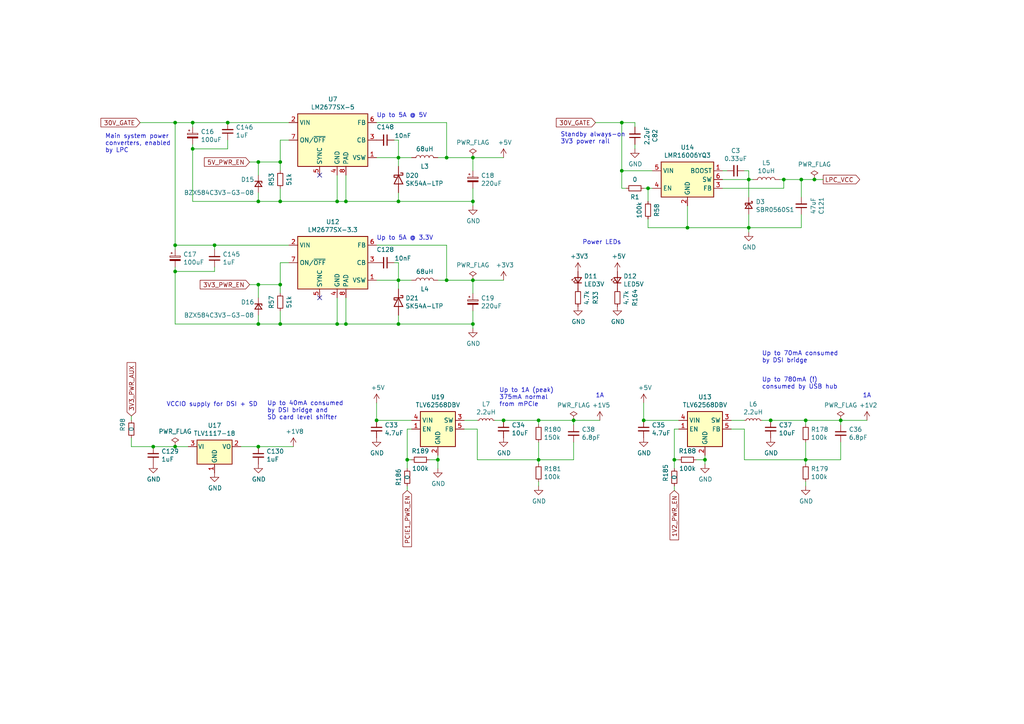
<source format=kicad_sch>
(kicad_sch (version 20231120) (generator "eeschema") (generator_version "8.0")
  (paper "A4")
  (title_block (title "Reform 2 Regulators") (date "2023-02-13") (rev "2.5D-2") (company "MNT Research GmbH") (comment 1 "https://mntre.com") (comment 2 "Engineer: Lukas F. Hartmann") (comment 3 "License: CERN-OHL-S 2.0"))
  (lib_symbols
    (symbol "Device:C_Polarized_Small" (pin_numbers hide) (pin_names (offset 0.254) hide)
      (property "Reference" "C" (at 0.254 1.778 0))
      (property "Value" "C_Polarized_Small" (at 0.254 -2.032 0))
      (symbol "C_Polarized_Small_0_1"
        (rectangle (start -1.524 -0.3048) (end 1.524 -0.6858) (fill (type outline)))
        (rectangle (start -1.524 0.6858) (end 1.524 0.3048))
        (polyline (pts (xy -1.27 1.524) (xy -0.762 1.524)))
        (polyline (pts (xy -1.016 1.27) (xy -1.016 1.778)))
      )
      (symbol "C_Polarized_Small_1_1"
        (pin passive line (at 0 2.54 270) (length 1.8542) (name "~") (number "1"))
        (pin passive line (at 0 -2.54 90) (length 1.8542) (name "~") (number "2"))
      )
    )
    (symbol "Device:C_Small" (pin_numbers hide) (pin_names (offset 0.254) hide)
      (property "Reference" "C" (at 0.254 1.778 0))
      (property "Value" "C_Small" (at 0.254 -2.032 0))
      (symbol "C_Small_0_1"
        (polyline (pts (xy -1.524 -0.508) (xy 1.524 -0.508)) (stroke (width 0.3302)))
        (polyline (pts (xy -1.524 0.508) (xy 1.524 0.508)) (stroke (width 0.3048)))
      )
      (symbol "C_Small_1_1"
        (pin passive line (at 0 2.54 270) (length 2.032) (name "~") (number "1"))
        (pin passive line (at 0 -2.54 90) (length 2.032) (name "~") (number "2"))
      )
    )
    (symbol "Device:D_Schottky_Small" (pin_numbers hide) (pin_names (offset 0.254) hide)
      (property "Reference" "D" (at -1.27 2.032 0))
      (property "Value" "D_Schottky_Small" (at -7.112 -2.032 0))
      (symbol "D_Schottky_Small_0_1"
        (polyline (pts (xy -0.762 0) (xy 0.762 0)))
        (polyline (pts (xy 0.762 -1.016) (xy -0.762 0) (xy 0.762 1.016) (xy 0.762 -1.016)) (stroke (width 0.254)))
        (polyline (pts (xy -1.27 0.762) (xy -1.27 1.016) (xy -0.762 1.016) (xy -0.762 -1.016) (xy -0.254 -1.016) (xy -0.254 -0.762)) (stroke (width 0.254)))
      )
      (symbol "D_Schottky_Small_1_1"
        (pin passive line (at -2.54 0 0) (length 1.778) (name "K") (number "1"))
        (pin passive line (at 2.54 0 180) (length 1.778) (name "A") (number "2"))
      )
    )
    (symbol "Device:D_Zener_Small" (pin_numbers hide) (pin_names (offset 0.254) hide)
      (property "Reference" "D" (at 0 2.286 0))
      (property "Value" "D_Zener_Small" (at 0 -2.286 0))
      (symbol "D_Zener_Small_0_1"
        (polyline (pts (xy 0.762 0) (xy -0.762 0)))
        (polyline (pts (xy -0.254 1.016) (xy -0.762 1.016) (xy -0.762 -1.016)) (stroke (width 0.254)))
        (polyline (pts (xy 0.762 1.016) (xy -0.762 0) (xy 0.762 -1.016) (xy 0.762 1.016)) (stroke (width 0.254)))
      )
      (symbol "D_Zener_Small_1_1"
        (pin passive line (at -2.54 0 0) (length 1.778) (name "K") (number "1"))
        (pin passive line (at 2.54 0 180) (length 1.778) (name "A") (number "2"))
      )
    )
    (symbol "Device:L" (pin_numbers hide) (pin_names (offset 1.016) hide)
      (property "Reference" "L" (at -1.27 0 90))
      (property "Value" "L" (at 1.905 0 90))
      (symbol "L_0_1"
        (arc (start 0 -2.54) (mid 0.6323 -1.905) (end 0 -1.27))
        (arc (start 0 -1.27) (mid 0.6323 -0.635) (end 0 0))
        (arc (start 0 0) (mid 0.6323 0.635) (end 0 1.27))
        (arc (start 0 1.27) (mid 0.6323 1.905) (end 0 2.54))
      )
      (symbol "L_1_1"
        (pin passive line (at 0 3.81 270) (length 1.27) (name "1") (number "1"))
        (pin passive line (at 0 -3.81 90) (length 1.27) (name "2") (number "2"))
      )
    )
    (symbol "Device:LED_Small" (pin_numbers hide) (pin_names (offset 0.254) hide)
      (property "Reference" "D" (at -1.27 3.175 0))
      (property "Value" "LED_Small" (at -4.445 -2.54 0))
      (symbol "LED_Small_0_1"
        (polyline (pts (xy -0.762 -1.016) (xy -0.762 1.016)) (stroke (width 0.254)))
        (polyline (pts (xy 1.016 0) (xy -0.762 0)))
        (polyline (pts (xy 0.762 -1.016) (xy -0.762 0) (xy 0.762 1.016) (xy 0.762 -1.016)) (stroke (width 0.254)))
        (polyline (pts (xy 0 0.762) (xy -0.508 1.27) (xy -0.254 1.27) (xy -0.508 1.27) (xy -0.508 1.016)))
        (polyline (pts (xy 0.508 1.27) (xy 0 1.778) (xy 0.254 1.778) (xy 0 1.778) (xy 0 1.524)))
      )
      (symbol "LED_Small_1_1"
        (pin passive line (at -2.54 0 0) (length 1.778) (name "K") (number "1"))
        (pin passive line (at 2.54 0 180) (length 1.778) (name "A") (number "2"))
      )
    )
    (symbol "Device:L_Small" (pin_numbers hide) (pin_names (offset 0.254) hide)
      (property "Reference" "L" (at 0.762 1.016 0))
      (property "Value" "L_Small" (at 0.762 -1.016 0))
      (symbol "L_Small_0_1"
        (arc (start 0 -2.032) (mid 0.5058 -1.524) (end 0 -1.016))
        (arc (start 0 -1.016) (mid 0.5058 -0.508) (end 0 0))
        (arc (start 0 0) (mid 0.5058 0.508) (end 0 1.016))
        (arc (start 0 1.016) (mid 0.5058 1.524) (end 0 2.032))
      )
      (symbol "L_Small_1_1"
        (pin passive line (at 0 2.54 270) (length 0.508) (name "~") (number "1"))
        (pin passive line (at 0 -2.54 90) (length 0.508) (name "~") (number "2"))
      )
    )
    (symbol "Device:R_Small" (pin_numbers hide) (pin_names (offset 0.254) hide)
      (property "Reference" "R" (at 0.762 0.508 0))
      (property "Value" "R_Small" (at 0.762 -1.016 0))
      (symbol "R_Small_0_1"
        (rectangle (start -0.762 1.778) (end 0.762 -1.778) (stroke (width 0.2032)))
      )
      (symbol "R_Small_1_1"
        (pin passive line (at 0 2.54 270) (length 0.762) (name "~") (number "1"))
        (pin passive line (at 0 -2.54 90) (length 0.762) (name "~") (number "2"))
      )
    )
    (symbol "Diode:1N5821" (pin_numbers hide) (pin_names (offset 1.016) hide)
      (property "Reference" "D" (at 0 2.54 0))
      (property "Value" "1N5821" (at 0 -2.54 0))
      (symbol "1N5821_0_1"
        (polyline (pts (xy 1.27 0) (xy -1.27 0)))
        (polyline (pts (xy 1.27 1.27) (xy 1.27 -1.27) (xy -1.27 0) (xy 1.27 1.27)) (stroke (width 0.254)))
        (polyline (pts (xy -1.905 0.635) (xy -1.905 1.27) (xy -1.27 1.27) (xy -1.27 -1.27) (xy -0.635 -1.27) (xy -0.635 -0.635)) (stroke (width 0.254)))
      )
      (symbol "1N5821_1_1"
        (pin passive line (at -3.81 0 0) (length 2.54) (name "K") (number "1"))
        (pin passive line (at 3.81 0 180) (length 2.54) (name "A") (number "2"))
      )
    )
    (symbol "Regulator_Linear:TLV1117-18" (pin_names (offset 0.254))
      (property "Reference" "U" (at -3.81 3.175 0))
      (property "Value" "TLV1117-18" (at 0 3.175 0))
      (symbol "TLV1117-18_0_1"
        (rectangle (start -5.08 -5.08) (end 5.08 1.905) (stroke (width 0.254)) (fill (type background)))
      )
      (symbol "TLV1117-18_1_1"
        (pin power_in line (at 0 -7.62 90) (length 2.54) (name "GND") (number "1"))
        (pin power_out line (at 7.62 0 180) (length 2.54) (name "VO") (number "2"))
        (pin power_in line (at -7.62 0 0) (length 2.54) (name "VI") (number "3"))
      )
    )
    (symbol "Regulator_Switching:LM2841X"
      (property "Reference" "U" (at -7.62 6.35 0))
      (property "Value" "LM2841X" (at 0 6.35 0))
      (symbol "LM2841X_0_1"
        (rectangle (start -7.62 5.08) (end 7.62 -5.08) (stroke (width 0.254)) (fill (type background)))
        (pin input line (at 10.16 2.54 180) (length 2.54) (name "BOOST") (number "1"))
      )
      (symbol "LM2841X_1_1"
        (pin power_in line (at 0 -7.62 90) (length 2.54) (name "GND") (number "2"))
        (pin input line (at 10.16 -2.54 180) (length 2.54) (name "FB") (number "3"))
        (pin input line (at -10.16 -2.54 0) (length 2.54) (name "EN") (number "4"))
        (pin power_in line (at -10.16 2.54 0) (length 2.54) (name "VIN") (number "5"))
        (pin output line (at 10.16 0 180) (length 2.54) (name "SW") (number "6"))
      )
    )
    (symbol "Regulator_Switching:TLV62568DBV"
      (property "Reference" "U" (at -5.08 6.35 0))
      (property "Value" "TLV62568DBV" (at 0 6.35 0))
      (symbol "TLV62568DBV_0_1"
        (rectangle (start -5.08 5.08) (end 5.08 -5.08) (stroke (width 0.254)) (fill (type background)))
      )
      (symbol "TLV62568DBV_1_1"
        (pin input line (at -7.62 0 0) (length 2.54) (name "EN") (number "1"))
        (pin power_in line (at 0 -7.62 90) (length 2.54) (name "GND") (number "2"))
        (pin power_out line (at 7.62 2.54 180) (length 2.54) (name "SW") (number "3"))
        (pin power_in line (at -7.62 2.54 0) (length 2.54) (name "VIN") (number "4"))
        (pin input line (at 7.62 0 180) (length 2.54) (name "FB") (number "5"))
      )
    )
    (symbol "power:+1V2" (power) (pin_names (offset 0))
      (property "Value" "+1V2" (at 0 3.556 0))
      (symbol "+1V2_0_1"
        (polyline (pts (xy -0.762 1.27) (xy 0 2.54)))
        (polyline (pts (xy 0 0) (xy 0 2.54)))
        (polyline (pts (xy 0 2.54) (xy 0.762 1.27)))
      )
      (symbol "+1V2_1_1"
        (pin power_in line (at 0 0 90) (length 0) hide (name "+1V2") (number "1"))
      )
    )
    (symbol "power:+1V5" (power) (pin_names (offset 0))
      (property "Value" "+1V5" (at 0 3.556 0))
      (symbol "+1V5_0_1"
        (polyline (pts (xy -0.762 1.27) (xy 0 2.54)))
        (polyline (pts (xy 0 0) (xy 0 2.54)))
        (polyline (pts (xy 0 2.54) (xy 0.762 1.27)))
      )
      (symbol "+1V5_1_1"
        (pin power_in line (at 0 0 90) (length 0) hide (name "+1V5") (number "1"))
      )
    )
    (symbol "power:+1V8" (power) (pin_names (offset 0))
      (property "Value" "+1V8" (at 0 3.556 0))
      (symbol "+1V8_0_1"
        (polyline (pts (xy -0.762 1.27) (xy 0 2.54)))
        (polyline (pts (xy 0 0) (xy 0 2.54)))
        (polyline (pts (xy 0 2.54) (xy 0.762 1.27)))
      )
      (symbol "+1V8_1_1"
        (pin power_in line (at 0 0 90) (length 0) hide (name "+1V8") (number "1"))
      )
    )
    (symbol "power:+3V3" (power) (pin_names (offset 0))
      (property "Value" "+3V3" (at 0 3.556 0))
      (symbol "+3V3_0_1"
        (polyline (pts (xy -0.762 1.27) (xy 0 2.54)))
        (polyline (pts (xy 0 0) (xy 0 2.54)))
        (polyline (pts (xy 0 2.54) (xy 0.762 1.27)))
      )
      (symbol "+3V3_1_1"
        (pin power_in line (at 0 0 90) (length 0) hide (name "+3V3") (number "1"))
      )
    )
    (symbol "power:+5V" (power) (pin_names (offset 0))
      (property "Value" "+5V" (at 0 3.556 0))
      (symbol "+5V_0_1"
        (polyline (pts (xy -0.762 1.27) (xy 0 2.54)))
        (polyline (pts (xy 0 0) (xy 0 2.54)))
        (polyline (pts (xy 0 2.54) (xy 0.762 1.27)))
      )
      (symbol "+5V_1_1"
        (pin power_in line (at 0 0 90) (length 0) hide (name "+5V") (number "1"))
      )
    )
    (symbol "power:GND" (power) (pin_names (offset 0))
      (property "Value" "GND" (at 0 -3.81 0))
      (symbol "GND_0_1"
        (polyline (pts (xy 0 0) (xy 0 -1.27) (xy 1.27 -1.27) (xy 0 -2.54) (xy -1.27 -1.27) (xy 0 -1.27)))
      )
      (symbol "GND_1_1"
        (pin power_in line (at 0 0 270) (length 0) hide (name "GND") (number "1"))
      )
    )
    (symbol "power:PWR_FLAG" (power) (pin_numbers hide) (pin_names (offset 0) hide)
      (property "Value" "PWR_FLAG" (at 0 3.81 0))
      (symbol "PWR_FLAG_0_0"
        (pin power_out line (at 0 0 90) (length 0) (name "pwr") (number "1"))
      )
      (symbol "PWR_FLAG_0_1"
        (polyline (pts (xy 0 0) (xy 0 1.27) (xy -1.016 1.905) (xy 0 2.54) (xy 1.016 1.905) (xy 0 1.27)))
      )
    )
    (symbol "reform2:LM2677-3.3"
      (property "Reference" "U" (at -10.16 6.35 0))
      (property "Value" "LM2677-3.3" (at -1.27 6.35 0))
      (symbol "LM2677-3.3_0_1"
        (rectangle (start -10.16 5.08) (end 10.16 -10.16) (stroke (width 0.254)) (fill (type background)))
      )
      (symbol "LM2677-3.3_1_1"
        (pin output line (at 12.7 -7.62 180) (length 2.54) (name "VSW") (number "1"))
        (pin power_in line (at -12.7 2.54 0) (length 2.54) (name "VIN") (number "2"))
        (pin passive line (at 12.7 -2.54 180) (length 2.54) (name "CB") (number "3"))
        (pin power_in line (at 1.27 -12.7 90) (length 2.54) (name "GND") (number "4"))
        (pin input line (at -3.81 -12.7 90) (length 2.54) (name "SYNC") (number "5"))
        (pin input line (at 12.7 2.54 180) (length 2.54) (name "FB") (number "6"))
        (pin input line (at -12.7 -2.54 0) (length 2.54) (name "ON/~{OFF}") (number "7"))
        (pin power_in line (at 3.81 -12.7 90) (length 2.54) (name "PAD") (number "8"))
      )
    )
  )
  (junction (at 223.52 121.92))
  (junction (at 81.28 82.55))
  (junction (at 217.17 66.04))
  (junction (at 100.33 93.98))
  (junction (at 55.88 43.18))
  (junction (at 243.84 121.92))
  (junction (at 50.8 129.54))
  (junction (at 50.8 71.12))
  (junction (at 195.58 133.35))
  (junction (at 129.54 81.28))
  (junction (at 187.96 54.61))
  (junction (at 115.57 93.98))
  (junction (at 50.8 78.74))
  (junction (at 236.22 52.07))
  (junction (at 199.39 66.04))
  (junction (at 97.79 58.42))
  (junction (at 81.28 46.99))
  (junction (at 232.41 52.07))
  (junction (at 74.93 58.42))
  (junction (at 55.88 35.56))
  (junction (at 180.34 35.56))
  (junction (at 227.33 52.07))
  (junction (at 137.16 81.28))
  (junction (at 166.37 121.92))
  (junction (at 156.21 133.35))
  (junction (at 97.79 93.98))
  (junction (at 127 133.35))
  (junction (at 180.34 49.53))
  (junction (at 81.28 58.42))
  (junction (at 74.93 46.99))
  (junction (at 44.45 129.54))
  (junction (at 146.05 121.92))
  (junction (at 129.54 45.72))
  (junction (at 62.23 71.12))
  (junction (at 233.68 133.35))
  (junction (at 81.28 93.98))
  (junction (at 137.16 45.72))
  (junction (at 115.57 58.42))
  (junction (at 74.93 129.54))
  (junction (at 115.57 81.28))
  (junction (at 137.16 58.42))
  (junction (at 233.68 121.92))
  (junction (at 66.04 35.56))
  (junction (at 50.8 35.56))
  (junction (at 137.16 93.98))
  (junction (at 100.33 58.42))
  (junction (at 204.47 133.35))
  (junction (at 118.11 133.35))
  (junction (at 115.57 45.72))
  (junction (at 156.21 121.92))
  (junction (at 186.69 121.92))
  (junction (at 74.93 93.98))
  (junction (at 109.22 121.92))
  (junction (at 74.93 82.55))
  (junction (at 217.17 52.07))
  (no_connect (at 92.71 50.8))
  (no_connect (at 92.71 86.36))
  (wire (pts (xy 180.34 35.56) (xy 180.34 49.53)))
  (wire (pts (xy 233.68 121.92) (xy 233.68 123.19)))
  (wire (pts (xy 115.57 76.2) (xy 115.57 81.28)))
  (wire (pts (xy 184.15 43.18) (xy 184.15 41.91)))
  (wire (pts (xy 233.68 128.27) (xy 233.68 133.35)))
  (wire (pts (xy 251.46 121.92) (xy 243.84 121.92)))
  (wire (pts (xy 129.54 81.28) (xy 137.16 81.28)))
  (wire (pts (xy 180.34 49.53) (xy 189.23 49.53)))
  (wire (pts (xy 127 135.89) (xy 127 133.35)))
  (wire (pts (xy 166.37 123.19) (xy 166.37 121.92)))
  (wire (pts (xy 146.05 81.28) (xy 137.16 81.28)))
  (wire (pts (xy 187.96 54.61) (xy 187.96 58.42)))
  (wire (pts (xy 55.88 43.18) (xy 55.88 58.42)))
  (wire (pts (xy 156.21 133.35) (xy 138.43 133.35)))
  (wire (pts (xy 55.88 41.91) (xy 55.88 43.18)))
  (wire (pts (xy 115.57 40.64) (xy 114.3 40.64)))
  (wire (pts (xy 215.9 133.35) (xy 215.9 124.46)))
  (wire (pts (xy 195.58 142.24) (xy 195.58 140.97)))
  (wire (pts (xy 156.21 121.92) (xy 156.21 123.19)))
  (wire (pts (xy 137.16 95.25) (xy 137.16 93.98)))
  (wire (pts (xy 129.54 71.12) (xy 129.54 81.28)))
  (wire (pts (xy 166.37 121.92) (xy 173.99 121.92)))
  (wire (pts (xy 217.17 67.31) (xy 217.17 66.04)))
  (wire (pts (xy 115.57 45.72) (xy 109.22 45.72)))
  (wire (pts (xy 55.88 35.56) (xy 66.04 35.56)))
  (wire (pts (xy 81.28 58.42) (xy 97.79 58.42)))
  (wire (pts (xy 74.93 55.88) (xy 74.93 58.42)))
  (wire (pts (xy 137.16 81.28) (xy 137.16 85.09)))
  (wire (pts (xy 236.22 52.07) (xy 238.76 52.07)))
  (wire (pts (xy 50.8 35.56) (xy 55.88 35.56)))
  (wire (pts (xy 74.93 82.55) (xy 81.28 82.55)))
  (wire (pts (xy 146.05 45.72) (xy 137.16 45.72)))
  (wire (pts (xy 81.28 76.2) (xy 83.82 76.2)))
  (wire (pts (xy 209.55 49.53) (xy 210.82 49.53)))
  (wire (pts (xy 156.21 128.27) (xy 156.21 133.35)))
  (wire (pts (xy 100.33 93.98) (xy 115.57 93.98)))
  (wire (pts (xy 62.23 71.12) (xy 83.82 71.12)))
  (wire (pts (xy 124.46 133.35) (xy 127 133.35)))
  (wire (pts (xy 195.58 124.46) (xy 195.58 133.35)))
  (wire (pts (xy 166.37 133.35) (xy 156.21 133.35)))
  (wire (pts (xy 50.8 72.39) (xy 50.8 71.12)))
  (wire (pts (xy 184.15 35.56) (xy 184.15 36.83)))
  (wire (pts (xy 81.28 76.2) (xy 81.28 82.55)))
  (wire (pts (xy 118.11 124.46) (xy 119.38 124.46)))
  (wire (pts (xy 97.79 93.98) (xy 100.33 93.98)))
  (wire (pts (xy 138.43 121.92) (xy 134.62 121.92)))
  (wire (pts (xy 243.84 128.27) (xy 243.84 133.35)))
  (wire (pts (xy 118.11 133.35) (xy 118.11 135.89)))
  (wire (pts (xy 156.21 134.62) (xy 156.21 133.35)))
  (wire (pts (xy 115.57 48.26) (xy 115.57 45.72)))
  (wire (pts (xy 186.69 116.84) (xy 186.69 121.92)))
  (wire (pts (xy 74.93 129.54) (xy 85.09 129.54)))
  (wire (pts (xy 97.79 93.98) (xy 97.79 86.36)))
  (wire (pts (xy 74.93 91.44) (xy 74.93 93.98)))
  (wire (pts (xy 201.93 133.35) (xy 204.47 133.35)))
  (wire (pts (xy 243.84 123.19) (xy 243.84 121.92)))
  (wire (pts (xy 62.23 72.39) (xy 62.23 71.12)))
  (wire (pts (xy 129.54 35.56) (xy 129.54 45.72)))
  (wire (pts (xy 115.57 55.88) (xy 115.57 58.42)))
  (wire (pts (xy 180.34 54.61) (xy 181.61 54.61)))
  (wire (pts (xy 232.41 52.07) (xy 236.22 52.07)))
  (wire (pts (xy 109.22 121.92) (xy 119.38 121.92)))
  (wire (pts (xy 50.8 78.74) (xy 50.8 93.98)))
  (wire (pts (xy 233.68 140.97) (xy 233.68 139.7)))
  (wire (pts (xy 227.33 54.61) (xy 227.33 52.07)))
  (wire (pts (xy 81.28 46.99) (xy 74.93 46.99)))
  (wire (pts (xy 97.79 50.8) (xy 97.79 58.42)))
  (wire (pts (xy 186.69 54.61) (xy 187.96 54.61)))
  (wire (pts (xy 217.17 66.04) (xy 199.39 66.04)))
  (wire (pts (xy 233.68 121.92) (xy 223.52 121.92)))
  (wire (pts (xy 50.8 77.47) (xy 50.8 78.74)))
  (wire (pts (xy 166.37 128.27) (xy 166.37 133.35)))
  (wire (pts (xy 62.23 78.74) (xy 62.23 77.47)))
  (wire (pts (xy 100.33 50.8) (xy 100.33 58.42)))
  (wire (pts (xy 50.8 35.56) (xy 50.8 71.12)))
  (wire (pts (xy 74.93 46.99) (xy 72.39 46.99)))
  (wire (pts (xy 223.52 121.92) (xy 220.98 121.92)))
  (wire (pts (xy 156.21 140.97) (xy 156.21 139.7)))
  (wire (pts (xy 97.79 58.42) (xy 100.33 58.42)))
  (wire (pts (xy 81.28 40.64) (xy 83.82 40.64)))
  (wire (pts (xy 81.28 54.61) (xy 81.28 58.42)))
  (wire (pts (xy 55.88 58.42) (xy 74.93 58.42)))
  (wire (pts (xy 109.22 116.84) (xy 109.22 121.92)))
  (wire (pts (xy 109.22 71.12) (xy 129.54 71.12)))
  (wire (pts (xy 115.57 81.28) (xy 119.38 81.28)))
  (wire (pts (xy 217.17 52.07) (xy 217.17 57.15)))
  (wire (pts (xy 196.85 133.35) (xy 195.58 133.35)))
  (wire (pts (xy 195.58 124.46) (xy 196.85 124.46)))
  (wire (pts (xy 81.28 90.17) (xy 81.28 93.98)))
  (wire (pts (xy 114.3 76.2) (xy 115.57 76.2)))
  (wire (pts (xy 50.8 93.98) (xy 74.93 93.98)))
  (wire (pts (xy 74.93 93.98) (xy 81.28 93.98)))
  (wire (pts (xy 118.11 124.46) (xy 118.11 133.35)))
  (wire (pts (xy 81.28 82.55) (xy 81.28 85.09)))
  (wire (pts (xy 180.34 54.61) (xy 180.34 49.53)))
  (wire (pts (xy 204.47 134.62) (xy 204.47 133.35)))
  (wire (pts (xy 38.1 127) (xy 38.1 129.54)))
  (wire (pts (xy 232.41 66.04) (xy 217.17 66.04)))
  (wire (pts (xy 233.68 133.35) (xy 215.9 133.35)))
  (wire (pts (xy 119.38 133.35) (xy 118.11 133.35)))
  (wire (pts (xy 187.96 66.04) (xy 199.39 66.04)))
  (wire (pts (xy 81.28 40.64) (xy 81.28 46.99)))
  (wire (pts (xy 100.33 58.42) (xy 115.57 58.42)))
  (wire (pts (xy 74.93 58.42) (xy 81.28 58.42)))
  (wire (pts (xy 233.68 134.62) (xy 233.68 133.35)))
  (wire (pts (xy 74.93 46.99) (xy 74.93 50.8)))
  (wire (pts (xy 115.57 58.42) (xy 137.16 58.42)))
  (wire (pts (xy 115.57 93.98) (xy 137.16 93.98)))
  (wire (pts (xy 119.38 45.72) (xy 115.57 45.72)))
  (wire (pts (xy 138.43 133.35) (xy 138.43 124.46)))
  (wire (pts (xy 74.93 82.55) (xy 74.93 86.36)))
  (wire (pts (xy 215.9 49.53) (xy 217.17 49.53)))
  (wire (pts (xy 81.28 46.99) (xy 81.28 49.53)))
  (wire (pts (xy 74.93 82.55) (xy 72.39 82.55)))
  (wire (pts (xy 209.55 54.61) (xy 227.33 54.61)))
  (wire (pts (xy 109.22 81.28) (xy 115.57 81.28)))
  (wire (pts (xy 109.22 35.56) (xy 129.54 35.56)))
  (wire (pts (xy 50.8 78.74) (xy 62.23 78.74)))
  (wire (pts (xy 187.96 63.5) (xy 187.96 66.04)))
  (wire (pts (xy 227.33 52.07) (xy 226.06 52.07)))
  (wire (pts (xy 100.33 93.98) (xy 100.33 86.36)))
  (wire (pts (xy 156.21 121.92) (xy 146.05 121.92)))
  (wire (pts (xy 137.16 59.69) (xy 137.16 58.42)))
  (wire (pts (xy 81.28 93.98) (xy 97.79 93.98)))
  (wire (pts (xy 115.57 91.44) (xy 115.57 93.98)))
  (wire (pts (xy 38.1 129.54) (xy 44.45 129.54)))
  (wire (pts (xy 156.21 121.92) (xy 166.37 121.92)))
  (wire (pts (xy 233.68 121.92) (xy 243.84 121.92)))
  (wire (pts (xy 217.17 49.53) (xy 217.17 52.07)))
  (wire (pts (xy 127 133.35) (xy 127 132.08)))
  (wire (pts (xy 186.69 121.92) (xy 196.85 121.92)))
  (wire (pts (xy 204.47 133.35) (xy 204.47 132.08)))
  (wire (pts (xy 40.64 35.56) (xy 50.8 35.56)))
  (wire (pts (xy 66.04 43.18) (xy 66.04 40.64)))
  (wire (pts (xy 127 81.28) (xy 129.54 81.28)))
  (wire (pts (xy 172.72 35.56) (xy 180.34 35.56)))
  (wire (pts (xy 118.11 142.24) (xy 118.11 140.97)))
  (wire (pts (xy 138.43 124.46) (xy 134.62 124.46)))
  (wire (pts (xy 215.9 124.46) (xy 212.09 124.46)))
  (wire (pts (xy 137.16 58.42) (xy 137.16 54.61)))
  (wire (pts (xy 115.57 83.82) (xy 115.57 81.28)))
  (wire (pts (xy 69.85 129.54) (xy 74.93 129.54)))
  (wire (pts (xy 44.45 129.54) (xy 50.8 129.54)))
  (wire (pts (xy 55.88 36.83) (xy 55.88 35.56)))
  (wire (pts (xy 217.17 52.07) (xy 218.44 52.07)))
  (wire (pts (xy 232.41 57.15) (xy 232.41 52.07)))
  (wire (pts (xy 199.39 66.04) (xy 199.39 59.69)))
  (wire (pts (xy 217.17 52.07) (xy 209.55 52.07)))
  (wire (pts (xy 195.58 135.89) (xy 195.58 133.35)))
  (wire (pts (xy 66.04 35.56) (xy 83.82 35.56)))
  (wire (pts (xy 217.17 62.23) (xy 217.17 66.04)))
  (wire (pts (xy 115.57 45.72) (xy 115.57 40.64)))
  (wire (pts (xy 215.9 121.92) (xy 212.09 121.92)))
  (wire (pts (xy 137.16 90.17) (xy 137.16 93.98)))
  (wire (pts (xy 232.41 62.23) (xy 232.41 66.04)))
  (wire (pts (xy 50.8 71.12) (xy 62.23 71.12)))
  (wire (pts (xy 187.96 54.61) (xy 189.23 54.61)))
  (wire (pts (xy 227.33 52.07) (xy 232.41 52.07)))
  (wire (pts (xy 55.88 43.18) (xy 66.04 43.18)))
  (wire (pts (xy 50.8 129.54) (xy 54.61 129.54)))
  (wire (pts (xy 243.84 133.35) (xy 233.68 133.35)))
  (wire (pts (xy 146.05 121.92) (xy 143.51 121.92)))
  (wire (pts (xy 180.34 35.56) (xy 184.15 35.56)))
  (wire (pts (xy 129.54 45.72) (xy 127 45.72)))
  (wire (pts (xy 137.16 45.72) (xy 129.54 45.72)))
  (wire (pts (xy 137.16 49.53) (xy 137.16 45.72)))
  (wire (pts (xy 38.1 120.65) (xy 38.1 121.92)))
  (text "Standby always-on\n3V3 power rail" (at 162.56 41.91 0) (effects (font (size 1.27 1.27)) (justify left bottom)))
  (text "Power LEDs" (at 168.91 71.12 0) (effects (font (size 1.27 1.27)) (justify left bottom)))
  (text "1A" (at 250.19 115.57 0) (effects (font (size 1.27 1.27)) (justify left bottom)))
  (text "Up to 1A (peak)\n375mA normal \nfrom mPCIe" (at 144.78 118.11 0) (effects (font (size 1.27 1.27)) (justify left bottom)))
  (text "Up to 70mA consumed \nby DSI bridge" (at 220.98 105.41 0) (effects (font (size 1.27 1.27)) (justify left bottom)))
  (text "Up to 780mA (!)\nconsumed by USB hub" (at 220.98 113.03 0) (effects (font (size 1.27 1.27)) (justify left bottom)))
  (text "Up to 5A @ 5V" (at 109.22 34.29 0) (effects (font (size 1.27 1.27)) (justify left bottom)))
  (text "Up to 5A @ 3.3V" (at 109.22 69.85 0) (effects (font (size 1.27 1.27)) (justify left bottom)))
  (text "1A" (at 172.72 115.57 0) (effects (font (size 1.27 1.27)) (justify left bottom)))
  (text "VCCIO supply for DSI + SD" (at 48.26 118.11 0) (effects (font (size 1.27 1.27)) (justify left bottom)))
  (text "Up to 40mA consumed \nby DSI bridge and\nSD card level shifter" (at 77.47 121.92 0) (effects (font (size 1.27 1.27)) (justify left bottom)))
  (text "Main system power\nconverters, enabled\nby LPC" (at 30.48 44.45 0) (effects (font (size 1.27 1.27)) (justify left bottom)))
  (global_label "PCIE1_PWR_EN" (shape input) (at 118.11 142.24 270) (property "Intersheetrefs" "${INTERSHEET_REFS}" (effects (hide yes))))
  (global_label "30V_GATE" (shape input) (at 172.72 35.56 180) (property "Intersheetrefs" "${INTERSHEET_REFS}" (effects (hide yes))))
  (global_label "30V_GATE" (shape input) (at 40.64 35.56 180) (property "Intersheetrefs" "${INTERSHEET_REFS}" (effects (hide yes))))
  (global_label "3V3_PWR_AUX" (shape input) (at 38.1 120.65 90) (property "Intersheetrefs" "${INTERSHEET_REFS}" (effects (hide yes))))
  (global_label "LPC_VCC" (shape output) (at 238.76 52.07 0) (property "Intersheetrefs" "${INTERSHEET_REFS}" (effects (hide yes))))
  (global_label "5V_PWR_EN" (shape input) (at 72.39 46.99 180) (property "Intersheetrefs" "${INTERSHEET_REFS}" (effects (hide yes))))
  (global_label "1V2_PWR_EN" (shape input) (at 195.58 142.24 270) (property "Intersheetrefs" "${INTERSHEET_REFS}" (effects (hide yes))))
  (global_label "3V3_PWR_EN" (shape input) (at 72.39 82.55 180) (property "Intersheetrefs" "${INTERSHEET_REFS}" (effects (hide yes))))
  (symbol (lib_id "Device:L") (at 123.19 45.72 90) (unit 1)
    (property "Reference" "L3" (at 123.19 48.26 90))
    (property "Value" "68uH" (at 123.19 43.2054 90))
    (property "Footprint" "Inductor_SMD:L_Bourns_SRR1210A" (effects (hide yes)))
    (property "Manufacturer_No" "SRR1210-680M" (effects (hide yes)))
    (property "Manufacturer" "Bourns" (effects (hide yes)))
    (property "Checked" "y" (effects (hide yes)))
    (property "Distributor" "Mouser" (effects (hide yes)))
  )
  (symbol (lib_id "Device:C_Polarized_Small") (at 137.16 52.07 0) (unit 1)
    (property "Reference" "C18" (at 139.4968 50.9016 0) (effects (justify left)))
    (property "Value" "220uF" (at 139.4968 53.213 0) (effects (justify left)))
    (property "Footprint" "Capacitor_SMD:CP_Elec_8x10" (effects (hide yes)))
    (property "Manufacturer" "UCC" (effects (hide yes)))
    (property "Manufacturer_No" "EMZR500ARA221MHA0G" (effects (hide yes)))
    (property "Checked" "y" (effects (hide yes)))
    (property "Distributor" "Mouser" (effects (hide yes)))
  )
  (symbol (lib_id "power:+5V") (at 146.05 45.72 0) (unit 1)
    (property "Reference" "#PWR0128" (effects (hide yes)))
    (property "Value" "+5V" (at 146.431 41.3258 0))
  )
  (symbol (lib_id "power:PWR_FLAG") (at 137.16 45.72 0) (unit 1)
    (property "Reference" "#FLG0109" (effects (hide yes)))
    (property "Value" "PWR_FLAG" (at 137.16 41.3258 0))
  )
  (symbol (lib_id "power:GND") (at 137.16 59.69 0) (unit 1)
    (property "Reference" "#PWR0127" (effects (hide yes)))
    (property "Value" "GND" (at 137.287 64.0842 0))
  )
  (symbol (lib_id "Device:C_Polarized_Small") (at 55.88 39.37 0) (unit 1)
    (property "Reference" "C16" (at 58.2168 38.2016 0) (effects (justify left)))
    (property "Value" "100uF" (at 58.2168 40.513 0) (effects (justify left)))
    (property "Footprint" "Capacitor_SMD:CP_Elec_8x10" (effects (hide yes)))
    (property "Manufacturer" "UCC" (effects (hide yes)))
    (property "Manufacturer_No" "EMZR500ARA221MHA0G" (effects (hide yes)))
    (property "Checked" "y" (effects (hide yes)))
    (property "Distributor" "Mouser" (effects (hide yes)))
  )
  (symbol (lib_id "Device:C_Polarized_Small") (at 50.8 74.93 0) (unit 1)
    (property "Reference" "C17" (at 53.1368 73.7616 0) (effects (justify left)))
    (property "Value" "100uF" (at 53.1368 76.073 0) (effects (justify left)))
    (property "Footprint" "Capacitor_SMD:CP_Elec_8x10" (effects (hide yes)))
    (property "Manufacturer" "UCC" (effects (hide yes)))
    (property "Manufacturer_No" "EMZR500ARA221MHA0G" (effects (hide yes)))
    (property "Checked" "y" (effects (hide yes)))
    (property "Distributor" "Mouser" (effects (hide yes)))
  )
  (symbol (lib_id "Device:L") (at 123.19 81.28 90) (unit 1)
    (property "Reference" "L4" (at 123.19 83.82 90))
    (property "Value" "68uH" (at 123.19 78.7654 90))
    (property "Footprint" "Inductor_SMD:L_Bourns_SRR1210A" (effects (hide yes)))
    (property "Manufacturer_No" "SRR1210-680M" (effects (hide yes)))
    (property "Manufacturer" "Bourns" (effects (hide yes)))
    (property "Checked" "y" (effects (hide yes)))
    (property "Distributor" "Mouser" (effects (hide yes)))
  )
  (symbol (lib_id "Device:C_Polarized_Small") (at 137.16 87.63 0) (unit 1)
    (property "Reference" "C19" (at 139.4968 86.4616 0) (effects (justify left)))
    (property "Value" "220uF" (at 139.4968 88.773 0) (effects (justify left)))
    (property "Footprint" "Capacitor_SMD:CP_Elec_8x10" (effects (hide yes)))
    (property "Manufacturer" "UCC" (effects (hide yes)))
    (property "Manufacturer_No" "EMZR500ARA221MHA0G" (effects (hide yes)))
    (property "Checked" "y" (effects (hide yes)))
    (property "Distributor" "Mouser" (effects (hide yes)))
  )
  (symbol (lib_id "power:PWR_FLAG") (at 137.16 81.28 0) (unit 1)
    (property "Reference" "#FLG0106" (effects (hide yes)))
    (property "Value" "PWR_FLAG" (at 137.16 76.8858 0))
  )
  (symbol (lib_id "power:GND") (at 137.16 95.25 0) (unit 1)
    (property "Reference" "#PWR0138" (effects (hide yes)))
    (property "Value" "GND" (at 137.287 99.6442 0))
  )
  (symbol (lib_id "power:+3V3") (at 146.05 81.28 0) (unit 1)
    (property "Reference" "#PWR0137" (effects (hide yes)))
    (property "Value" "+3V3" (at 146.431 76.8858 0))
  )
  (symbol (lib_id "Diode:1N5821") (at 115.57 52.07 270) (unit 1)
    (property "Reference" "D20" (at 117.5766 50.9016 90) (effects (justify left)))
    (property "Value" "SK54A-LTP" (at 117.5766 53.213 90) (effects (justify left)))
    (property "Footprint" "Diode_SMD:D_SMA" (effects (hide yes)))
    (property "Datasheet" "https://www.mouser.de/datasheet/2/258/SK52A-L-SK510A-L(DO-214AC)-1375089.pdf" (effects (hide yes)))
    (property "Manufacturer" "MCC" (effects (hide yes)))
    (property "Manufacturer_No" "SK54A-LTP" (effects (hide yes)))
    (property "Checked" "y" (effects (hide yes)))
    (property "Distributor" "Mouser" (effects (hide yes)))
  )
  (symbol (lib_id "Device:C_Small") (at 186.69 124.46 0) (unit 1)
    (property "Reference" "C35" (at 189.0268 123.2916 0) (effects (justify left)))
    (property "Value" "4.7uF" (at 189.0268 125.603 0) (effects (justify left)))
    (property "Footprint" "Capacitor_SMD:C_0603_1608Metric" (effects (hide yes)))
    (property "Manufacturer" "TDK" (effects (hide yes)))
    (property "Checked" "y" (effects (hide yes)))
    (property "Manufacturer_No" "C1608X5R1V475K080AC" (effects (hide yes)))
    (property "Distributor" "Mouser" (effects (hide yes)))
  )
  (symbol (lib_id "Device:C_Small") (at 223.52 124.46 0) (unit 1)
    (property "Reference" "C37" (at 225.8568 123.2916 0) (effects (justify left)))
    (property "Value" "10uF" (at 225.8568 125.603 0) (effects (justify left)))
    (property "Footprint" "Capacitor_SMD:C_0603_1608Metric" (effects (hide yes)))
    (property "Manufacturer" "Murata" (effects (hide yes)))
    (property "Manufacturer_No" "GRM188R6YA106MA73D" (effects (hide yes)))
    (property "Checked" "y" (effects (hide yes)))
    (property "Distributor" "Mouser" (effects (hide yes)))
  )
  (symbol (lib_id "power:GND") (at 186.69 127 0) (unit 1)
    (property "Reference" "#PWR0126" (effects (hide yes)))
    (property "Value" "GND" (at 186.817 131.3942 0))
  )
  (symbol (lib_id "power:GND") (at 223.52 127 0) (unit 1)
    (property "Reference" "#PWR0111" (effects (hide yes)))
    (property "Value" "GND" (at 223.647 131.3942 0))
  )
  (symbol (lib_id "power:+1V5") (at 173.99 121.92 0) (unit 1)
    (property "Reference" "#PWR0115" (effects (hide yes)))
    (property "Value" "+1V5" (at 174.371 117.5258 0))
  )
  (symbol (lib_id "Regulator_Linear:TLV1117-18") (at 62.23 129.54 0) (unit 1)
    (property "Reference" "U17" (at 62.23 123.3932 0))
    (property "Value" "TLV1117-18" (at 62.23 125.7046 0))
    (property "Footprint" "Package_TO_SOT_SMD:SOT-223" (effects (hide yes)))
    (property "Datasheet" "http://www.ti.com/lit/ds/symlink/tlv1117.pdf" (effects (hide yes)))
    (property "Manufacturer" "Texas Instruments" (effects (hide yes)))
    (property "Manufacturer_No" "TLV1117-18CDCYR" (effects (hide yes)))
    (property "Checked" "y" (effects (hide yes)))
    (property "Distributor" "Mouser" (effects (hide yes)))
  )
  (symbol (lib_id "Device:C_Small") (at 44.45 132.08 0) (unit 1)
    (property "Reference" "C129" (at 46.7868 130.9116 0) (effects (justify left)))
    (property "Value" "1uF" (at 46.7868 133.223 0) (effects (justify left)))
    (property "Footprint" "Capacitor_SMD:C_0603_1608Metric" (effects (hide yes)))
    (property "Manufacturer_No" "UMK107BJ105KA-T" (effects (hide yes)))
    (property "Manufacturer" "Taiyo Yuden" (effects (hide yes)))
    (property "Checked" "y" (effects (hide yes)))
    (property "Distributor" "Mouser" (effects (hide yes)))
  )
  (symbol (lib_id "power:GND") (at 44.45 134.62 0) (unit 1)
    (property "Reference" "#PWR0162" (effects (hide yes)))
    (property "Value" "GND" (at 44.577 139.0142 0))
  )
  (symbol (lib_id "power:GND") (at 62.23 137.16 0) (unit 1)
    (property "Reference" "#PWR0165" (effects (hide yes)))
    (property "Value" "GND" (at 62.357 141.5542 0))
  )
  (symbol (lib_id "Device:C_Small") (at 74.93 132.08 0) (unit 1)
    (property "Reference" "C130" (at 77.2668 130.9116 0) (effects (justify left)))
    (property "Value" "1uF" (at 77.2668 133.223 0) (effects (justify left)))
    (property "Footprint" "Capacitor_SMD:C_0603_1608Metric" (effects (hide yes)))
    (property "Manufacturer_No" "UMK107BJ105KA-T" (effects (hide yes)))
    (property "Manufacturer" "Taiyo Yuden" (effects (hide yes)))
    (property "Checked" "y" (effects (hide yes)))
    (property "Distributor" "Mouser" (effects (hide yes)))
  )
  (symbol (lib_id "power:GND") (at 74.93 134.62 0) (unit 1)
    (property "Reference" "#PWR0170" (effects (hide yes)))
    (property "Value" "GND" (at 75.057 139.0142 0))
  )
  (symbol (lib_id "power:+1V8") (at 85.09 129.54 0) (unit 1)
    (property "Reference" "#PWR0194" (effects (hide yes)))
    (property "Value" "+1V8" (at 85.471 125.1458 0))
  )
  (symbol (lib_id "Device:C_Small") (at 111.76 76.2 270) (unit 1)
    (property "Reference" "C128" (at 111.76 72.39 90))
    (property "Value" "10nF" (at 116.84 74.93 90))
    (property "Footprint" "Capacitor_SMD:C_0603_1608Metric" (effects (hide yes)))
    (property "Manufacturer" "KEMET" (effects (hide yes)))
    (property "Manufacturer_No" "C0603C103K5RAC3190" (effects (hide yes)))
    (property "Checked" "y" (effects (hide yes)))
    (property "Distributor" "Mouser" (effects (hide yes)))
  )
  (symbol (lib_id "reform2:LM2677-3.3") (at 96.52 73.66 0) (unit 1)
    (property "Reference" "U12" (at 96.52 64.3382 0))
    (property "Value" "LM2677SX-3.3" (at 96.52 66.6496 0))
    (property "Footprint" "Package_TO_SOT_SMD:TO-263-7_TabPin8" (effects (hide yes)))
    (property "Datasheet" "http://www.ti.com/lit/ds/symlink/lm2677.pdf" (effects (hide yes)))
    (property "Manufacturer" "Texas Instruments" (effects (hide yes)))
    (property "Manufacturer_No" "LM2677S-3.3/NOPB" (effects (hide yes)))
    (property "Checked" "y" (effects (hide yes)))
    (property "Distributor" "Mouser" (effects (hide yes)))
  )
  (symbol (lib_id "reform2:LM2677-3.3") (at 96.52 38.1 0) (unit 1)
    (property "Reference" "U7" (at 96.52 28.7782 0))
    (property "Value" "LM2677SX-5" (at 96.52 31.0896 0))
    (property "Footprint" "Package_TO_SOT_SMD:TO-263-7_TabPin8" (effects (hide yes)))
    (property "Datasheet" "http://www.ti.com/lit/ds/symlink/lm2677.pdf" (effects (hide yes)))
    (property "Manufacturer" "Texas Instruments" (effects (hide yes)))
    (property "Manufacturer_No" "LM2677SX-5" (effects (hide yes)))
    (property "Checked" "y" (effects (hide yes)))
    (property "Distributor" "Mouser" (effects (hide yes)))
  )
  (symbol (lib_id "Device:C_Small") (at 111.76 40.64 270) (unit 1)
    (property "Reference" "C148" (at 111.76 36.83 90))
    (property "Value" "10nF" (at 116.84 39.37 90))
    (property "Footprint" "Capacitor_SMD:C_0603_1608Metric" (effects (hide yes)))
    (property "Manufacturer" "KEMET" (effects (hide yes)))
    (property "Manufacturer_No" "C0603C103K5RAC3190" (effects (hide yes)))
    (property "Checked" "y" (effects (hide yes)))
    (property "Distributor" "Mouser" (effects (hide yes)))
  )
  (symbol (lib_id "Regulator_Switching:LM2841X") (at 199.39 52.07 0) (unit 1)
    (property "Reference" "U14" (at 199.39 42.7482 0))
    (property "Value" "LMR16006YQ3" (at 199.39 45.0596 0))
    (property "Footprint" "Package_TO_SOT_SMD:TSOT-23-6" (effects (hide yes)))
    (property "Checked" "y" (effects (hide yes)))
    (property "Distributor" "Mouser" (effects (hide yes)))
    (property "Manufacturer" "Texas Instruments" (effects (hide yes)))
    (property "Manufacturer_No" "LMR16006YQ3" (effects (hide yes)))
  )
  (symbol (lib_id "Device:L") (at 222.25 52.07 90) (unit 1)
    (property "Reference" "L5" (at 222.25 47.244 90))
    (property "Value" "10uH" (at 222.25 49.5554 90))
    (property "Footprint" "Inductor_SMD:L_1210_3225Metric" (effects (hide yes)))
    (property "Manufacturer" "Taiyo Yuden" (effects (hide yes)))
    (property "Manufacturer_No" "CBC3225T100MRV" (effects (hide yes)))
    (property "Checked" "y" (effects (hide yes)))
    (property "Distributor" "Mouser" (effects (hide yes)))
  )
  (symbol (lib_id "Device:D_Schottky_Small") (at 217.17 59.69 270) (unit 1)
    (property "Reference" "D3" (at 219.1766 58.5216 90) (effects (justify left)))
    (property "Value" "SBR0560S1" (at 219.1766 60.833 90) (effects (justify left)))
    (property "Footprint" "Diode_SMD:D_SOD-123" (effects (hide yes)))
    (property "Manufacturer" "Diodes, Inc." (effects (hide yes)))
    (property "Manufacturer_No" "SBR0560S1-7" (effects (hide yes)))
    (property "Checked" "y" (effects (hide yes)))
    (property "Distributor" "Mouser" (effects (hide yes)))
  )
  (symbol (lib_id "power:PWR_FLAG") (at 236.22 52.07 0) (unit 1)
    (property "Reference" "#FLG0103" (effects (hide yes)))
    (property "Value" "PWR_FLAG" (at 236.22 47.6758 0))
  )
  (symbol (lib_id "power:GND") (at 217.17 67.31 0) (unit 1)
    (property "Reference" "#PWR0114" (effects (hide yes)))
    (property "Value" "GND" (at 217.297 71.7042 0))
  )
  (symbol (lib_id "Device:C_Small") (at 213.36 49.53 270) (unit 1)
    (property "Reference" "C3" (at 213.36 43.7134 90))
    (property "Value" "0.33uF" (at 213.36 46.0248 90))
    (property "Footprint" "Capacitor_SMD:C_0603_1608Metric" (effects (hide yes)))
    (property "Checked" "y" (effects (hide yes)))
    (property "Manufacturer" "TDK" (effects (hide yes)))
    (property "Manufacturer_No" "C1608X7R1H334K080AC" (effects (hide yes)))
    (property "Distributor" "Mouser" (effects (hide yes)))
  )
  (symbol (lib_id "Regulator_Switching:TLV62568DBV") (at 204.47 124.46 0) (unit 1)
    (property "Reference" "U13" (at 204.47 115.1382 0))
    (property "Value" "TLV62568DBV" (at 204.47 117.4496 0))
    (property "Footprint" "Package_TO_SOT_SMD:SOT-23-5" (effects (hide yes)))
    (property "Datasheet" "http://www.ti.com/lit/ds/symlink/tlv62568.pdf" (effects (hide yes)))
    (property "Checked" "y" (effects (hide yes)))
    (property "Distributor" "Mouser" (effects (hide yes)))
    (property "Manufacturer" "Texas Instruments" (effects (hide yes)))
    (property "Manufacturer_No" "TLV62568DBVR" (effects (hide yes)))
  )
  (symbol (lib_id "power:+1V2") (at 251.46 121.92 0) (unit 1)
    (property "Reference" "#PWR0110" (effects (hide yes)))
    (property "Value" "+1V2" (at 251.841 117.5258 0))
  )
  (symbol (lib_id "Device:R_Small") (at 233.68 125.73 0) (unit 1)
    (property "Reference" "R178" (at 235.1786 124.5616 0) (effects (justify left)))
    (property "Value" "100k" (at 235.1786 126.873 0) (effects (justify left)))
    (property "Footprint" "Resistor_SMD:R_0603_1608Metric" (effects (hide yes)))
    (property "Checked" "y" (effects (hide yes)))
    (property "Distributor" "Mouser" (effects (hide yes)))
    (property "Manufacturer" "Vishay Dale" (effects (hide yes)))
    (property "Manufacturer_No" "CRCW0603100KJNEAC" (effects (hide yes)))
  )
  (symbol (lib_id "power:GND") (at 233.68 140.97 0) (unit 1)
    (property "Reference" "#PWR0112" (effects (hide yes)))
    (property "Value" "GND" (at 233.807 145.3642 0))
  )
  (symbol (lib_id "Device:R_Small") (at 233.68 137.16 0) (unit 1)
    (property "Reference" "R179" (at 235.1786 135.9916 0) (effects (justify left)))
    (property "Value" "100k" (at 235.1786 138.303 0) (effects (justify left)))
    (property "Footprint" "Resistor_SMD:R_0603_1608Metric" (effects (hide yes)))
    (property "Checked" "y" (effects (hide yes)))
    (property "Distributor" "Mouser" (effects (hide yes)))
    (property "Manufacturer" "Vishay Dale" (effects (hide yes)))
    (property "Manufacturer_No" "CRCW0603100KJNEAC" (effects (hide yes)))
  )
  (symbol (lib_id "power:GND") (at 204.47 134.62 0) (unit 1)
    (property "Reference" "#PWR0113" (effects (hide yes)))
    (property "Value" "GND" (at 204.597 139.0142 0))
  )
  (symbol (lib_id "Device:C_Small") (at 243.84 125.73 0) (unit 1)
    (property "Reference" "C36" (at 246.1768 124.5616 0) (effects (justify left)))
    (property "Value" "6.8pF" (at 246.1768 126.873 0) (effects (justify left)))
    (property "Footprint" "Capacitor_SMD:C_0603_1608Metric" (effects (hide yes)))
    (property "Manufacturer" "Vishay" (effects (hide yes)))
    (property "Manufacturer_No" "VJ0603A6R8DXQCW1BC" (effects (hide yes)))
    (property "Checked" "y" (effects (hide yes)))
    (property "Distributor" "Mouser" (effects (hide yes)))
  )
  (symbol (lib_id "Device:C_Small") (at 109.22 124.46 0) (unit 1)
    (property "Reference" "C33" (at 111.5568 123.2916 0) (effects (justify left)))
    (property "Value" "4.7uF" (at 111.5568 125.603 0) (effects (justify left)))
    (property "Footprint" "Capacitor_SMD:C_0603_1608Metric" (effects (hide yes)))
    (property "Manufacturer" "TDK" (effects (hide yes)))
    (property "Checked" "y" (effects (hide yes)))
    (property "Manufacturer_No" "C1608X5R1V475K080AC" (effects (hide yes)))
    (property "Distributor" "Mouser" (effects (hide yes)))
  )
  (symbol (lib_id "Device:C_Small") (at 146.05 124.46 0) (unit 1)
    (property "Reference" "C34" (at 148.3868 123.2916 0) (effects (justify left)))
    (property "Value" "10uF" (at 148.3868 125.603 0) (effects (justify left)))
    (property "Footprint" "Capacitor_SMD:C_0603_1608Metric" (effects (hide yes)))
    (property "Manufacturer" "Murata" (effects (hide yes)))
    (property "Manufacturer_No" "GRM188R6YA106MA73D" (effects (hide yes)))
    (property "Checked" "y" (effects (hide yes)))
    (property "Distributor" "Mouser" (effects (hide yes)))
  )
  (symbol (lib_id "power:GND") (at 109.22 127 0) (unit 1)
    (property "Reference" "#PWR0172" (effects (hide yes)))
    (property "Value" "GND" (at 109.347 131.3942 0))
  )
  (symbol (lib_id "power:GND") (at 146.05 127 0) (unit 1)
    (property "Reference" "#PWR0117" (effects (hide yes)))
    (property "Value" "GND" (at 146.177 131.3942 0))
  )
  (symbol (lib_id "Regulator_Switching:TLV62568DBV") (at 127 124.46 0) (unit 1)
    (property "Reference" "U19" (at 127 115.1382 0))
    (property "Value" "TLV62568DBV" (at 127 117.4496 0))
    (property "Footprint" "Package_TO_SOT_SMD:SOT-23-5" (effects (hide yes)))
    (property "Datasheet" "http://www.ti.com/lit/ds/symlink/tlv62568.pdf" (effects (hide yes)))
    (property "Checked" "y" (effects (hide yes)))
    (property "Distributor" "Mouser" (effects (hide yes)))
    (property "Manufacturer" "Texas Instruments" (effects (hide yes)))
    (property "Manufacturer_No" "TLV62568DBVR" (effects (hide yes)))
  )
  (symbol (lib_id "Device:R_Small") (at 156.21 125.73 0) (unit 1)
    (property "Reference" "R180" (at 157.7086 124.5616 0) (effects (justify left)))
    (property "Value" "150k" (at 157.7086 126.873 0) (effects (justify left)))
    (property "Footprint" "Resistor_SMD:R_0603_1608Metric" (effects (hide yes)))
    (property "Checked" "y" (effects (hide yes)))
    (property "Distributor" "Mouser" (effects (hide yes)))
    (property "Manufacturer" "Vishay Dale" (effects (hide yes)))
    (property "Manufacturer_No" "CRCW0603150KFKEAC" (effects (hide yes)))
  )
  (symbol (lib_id "power:GND") (at 156.21 140.97 0) (unit 1)
    (property "Reference" "#PWR0122" (effects (hide yes)))
    (property "Value" "GND" (at 156.337 145.3642 0))
  )
  (symbol (lib_id "Device:R_Small") (at 156.21 137.16 0) (unit 1)
    (property "Reference" "R181" (at 157.7086 135.9916 0) (effects (justify left)))
    (property "Value" "100k" (at 157.7086 138.303 0) (effects (justify left)))
    (property "Footprint" "Resistor_SMD:R_0603_1608Metric" (effects (hide yes)))
    (property "Checked" "y" (effects (hide yes)))
    (property "Distributor" "Mouser" (effects (hide yes)))
    (property "Manufacturer" "Vishay Dale" (effects (hide yes)))
    (property "Manufacturer_No" "CRCW0603100KJNEAC" (effects (hide yes)))
  )
  (symbol (lib_id "power:GND") (at 127 135.89 0) (unit 1)
    (property "Reference" "#PWR0193" (effects (hide yes)))
    (property "Value" "GND" (at 127.127 140.2842 0))
  )
  (symbol (lib_id "Device:C_Small") (at 166.37 125.73 0) (unit 1)
    (property "Reference" "C38" (at 168.7068 124.5616 0) (effects (justify left)))
    (property "Value" "6.8pF" (at 168.7068 126.873 0) (effects (justify left)))
    (property "Footprint" "Capacitor_SMD:C_0603_1608Metric" (effects (hide yes)))
    (property "Manufacturer" "Vishay" (effects (hide yes)))
    (property "Manufacturer_No" "VJ0603A6R8DXQCW1BC" (effects (hide yes)))
    (property "Checked" "y" (effects (hide yes)))
    (property "Distributor" "Mouser" (effects (hide yes)))
  )
  (symbol (lib_id "Device:R_Small") (at 195.58 138.43 180) (unit 1)
    (property "Reference" "R185" (at 193.04 137.16 90))
    (property "Value" "0" (at 195.58 138.43 90))
    (property "Footprint" "Resistor_SMD:R_0603_1608Metric" (effects (hide yes)))
    (property "Manufacturer" "Vishay Dale" (effects (hide yes)))
    (property "Manufacturer_No" "CRCW06030000Z0EAC" (effects (hide yes)))
    (property "Distributor" "Mouser" (effects (hide yes)))
    (property "Checked" "y" (effects (hide yes)))
  )
  (symbol (lib_id "Device:R_Small") (at 118.11 138.43 180) (unit 1)
    (property "Reference" "R186" (at 115.57 138.43 90))
    (property "Value" "0" (at 118.11 138.43 90))
    (property "Footprint" "Resistor_SMD:R_0603_1608Metric" (effects (hide yes)))
    (property "Manufacturer" "Vishay Dale" (effects (hide yes)))
    (property "Manufacturer_No" "CRCW06030000Z0EAC" (effects (hide yes)))
    (property "Distributor" "Mouser" (effects (hide yes)))
    (property "Checked" "y" (effects (hide yes)))
  )
  (symbol (lib_id "Device:C_Small") (at 184.15 39.37 180) (unit 1)
    (property "Reference" "C82" (at 189.9666 39.37 90))
    (property "Value" "2.2uF" (at 187.6552 39.37 90))
    (property "Footprint" "Capacitor_SMD:C_0603_1608Metric" (effects (hide yes)))
    (property "Checked" "y" (effects (hide yes)))
    (property "Manufacturer" "Taiyo Yuden" (effects (hide yes)))
    (property "Manufacturer_No" "UMK107BBJ225KA-T" (effects (hide yes)))
    (property "Distributor" "Mouser" (effects (hide yes)))
  )
  (symbol (lib_id "power:GND") (at 184.15 43.18 0) (unit 1)
    (property "Reference" "#PWR0160" (effects (hide yes)))
    (property "Value" "GND" (at 184.277 47.5742 0))
  )
  (symbol (lib_id "Device:C_Small") (at 232.41 59.69 180) (unit 1)
    (property "Reference" "C121" (at 238.2266 59.69 90))
    (property "Value" "47uF" (at 235.9152 59.69 90))
    (property "Footprint" "Capacitor_SMD:C_0603_1608Metric" (effects (hide yes)))
    (property "Checked" "y" (effects (hide yes)))
    (property "Manufacturer" "Murata" (effects (hide yes)))
    (property "Manufacturer_No" "GRM188R60J476ME15D" (effects (hide yes)))
    (property "Distributor" "Mouser" (effects (hide yes)))
  )
  (symbol (lib_id "Device:L_Small") (at 218.44 121.92 90) (unit 1)
    (property "Reference" "L6" (at 218.44 117.221 90))
    (property "Value" "2.2uH" (at 218.44 119.5324 90))
    (property "Footprint" "Inductor_SMD:L_1210_3225Metric" (effects (hide yes)))
    (property "Manufacturer_No" "BRL3225T2R2M" (effects (hide yes)))
    (property "Manufacturer" "Taiyo Yuden" (effects (hide yes)))
    (property "Distributor" "Mouser" (effects (hide yes)))
    (property "Checked" "y" (effects (hide yes)))
  )
  (symbol (lib_id "Device:L_Small") (at 140.97 121.92 90) (unit 1)
    (property "Reference" "L7" (at 140.97 117.221 90))
    (property "Value" "2.2uH" (at 140.97 119.5324 90))
    (property "Footprint" "Inductor_SMD:L_1210_3225Metric" (effects (hide yes)))
    (property "Manufacturer_No" "BRL3225T2R2M" (effects (hide yes)))
    (property "Manufacturer" "Taiyo Yuden" (effects (hide yes)))
    (property "Distributor" "Mouser" (effects (hide yes)))
    (property "Checked" "y" (effects (hide yes)))
  )
  (symbol (lib_id "Device:R_Small") (at 199.39 133.35 90) (unit 1)
    (property "Reference" "R188" (at 199.39 130.81 90))
    (property "Value" "100k" (at 199.39 135.89 90))
    (property "Footprint" "Resistor_SMD:R_0603_1608Metric" (effects (hide yes)))
    (property "Manufacturer" "Vishay Dale" (effects (hide yes)))
    (property "Manufacturer_No" "CRCW0603100KJNEAC" (effects (hide yes)))
    (property "Checked" "y" (effects (hide yes)))
    (property "Distributor" "Mouser" (effects (hide yes)))
  )
  (symbol (lib_id "Device:R_Small") (at 121.92 133.35 90) (unit 1)
    (property "Reference" "R189" (at 121.92 130.81 90))
    (property "Value" "100k" (at 121.92 135.89 90))
    (property "Footprint" "Resistor_SMD:R_0603_1608Metric" (effects (hide yes)))
    (property "Manufacturer" "Vishay Dale" (effects (hide yes)))
    (property "Manufacturer_No" "CRCW0603100KJNEAC" (effects (hide yes)))
    (property "Checked" "y" (effects (hide yes)))
    (property "Distributor" "Mouser" (effects (hide yes)))
  )
  (symbol (lib_id "power:PWR_FLAG") (at 166.37 121.92 0) (unit 1)
    (property "Reference" "#FLG0105" (effects (hide yes)))
    (property "Value" "PWR_FLAG" (at 166.37 117.5258 0))
  )
  (symbol (lib_id "power:PWR_FLAG") (at 243.84 121.92 0) (unit 1)
    (property "Reference" "#FLG0102" (effects (hide yes)))
    (property "Value" "PWR_FLAG" (at 243.84 117.5258 0))
  )
  (symbol (lib_id "Device:C_Small") (at 66.04 38.1 180) (unit 1)
    (property "Reference" "C146" (at 68.3768 36.9316 0) (effects (justify right)))
    (property "Value" "1uF" (at 68.3768 39.243 0) (effects (justify right)))
    (property "Footprint" "Capacitor_SMD:C_0603_1608Metric" (effects (hide yes)))
    (property "Manufacturer" "Taiyo Yuden" (effects (hide yes)))
    (property "Manufacturer_No" "UMK107BJ105KA-T" (effects (hide yes)))
    (property "Checked" "y" (effects (hide yes)))
    (property "Distributor" "Mouser" (effects (hide yes)))
  )
  (symbol (lib_id "Device:C_Small") (at 62.23 74.93 180) (unit 1)
    (property "Reference" "C145" (at 64.5668 73.7616 0) (effects (justify right)))
    (property "Value" "1uF" (at 64.5668 76.073 0) (effects (justify right)))
    (property "Footprint" "Capacitor_SMD:C_0603_1608Metric" (effects (hide yes)))
    (property "Manufacturer" "Taiyo Yuden" (effects (hide yes)))
    (property "Manufacturer_No" "UMK107BJ105KA-T" (effects (hide yes)))
    (property "Checked" "y" (effects (hide yes)))
    (property "Distributor" "Mouser" (effects (hide yes)))
  )
  (symbol (lib_id "Device:R_Small") (at 184.15 54.61 270) (unit 1)
    (property "Reference" "R1" (at 184.15 57.15 90))
    (property "Value" "0" (at 184.15 52.07 90))
    (property "Footprint" "Resistor_SMD:R_0603_1608Metric" (effects (hide yes)))
    (property "Manufacturer" "Vishay Dale" (effects (hide yes)))
    (property "Manufacturer_No" "CRCW06030000Z0EAC" (effects (hide yes)))
    (property "Distributor" "Mouser" (effects (hide yes)))
    (property "Checked" "y" (effects (hide yes)))
  )
  (symbol (lib_id "Diode:1N5821") (at 115.57 87.63 270) (unit 1)
    (property "Reference" "D21" (at 117.5766 86.4616 90) (effects (justify left)))
    (property "Value" "SK54A-LTP" (at 117.5766 88.773 90) (effects (justify left)))
    (property "Footprint" "Diode_SMD:D_SMA" (effects (hide yes)))
    (property "Datasheet" "https://www.mouser.de/datasheet/2/258/SK52A-L-SK510A-L(DO-214AC)-1375089.pdf" (effects (hide yes)))
    (property "Manufacturer_No" "SK54A-LTP" (effects (hide yes)))
    (property "Manufacturer" "MCC" (effects (hide yes)))
    (property "Checked" "y" (effects (hide yes)))
    (property "Distributor" "Mouser" (effects (hide yes)))
  )
  (symbol (lib_id "power:+5V") (at 186.69 116.84 0) (unit 1)
    (property "Reference" "#PWR0123" (effects (hide yes)))
    (property "Value" "+5V" (at 187.071 112.4458 0))
  )
  (symbol (lib_id "power:+5V") (at 109.22 116.84 0) (unit 1)
    (property "Reference" "#PWR0187" (effects (hide yes)))
    (property "Value" "+5V" (at 109.601 112.4458 0))
  )
  (symbol (lib_id "Device:R_Small") (at 38.1 124.46 180) (unit 1)
    (property "Reference" "R98" (at 35.56 123.19 90))
    (property "Value" "0" (at 38.1 124.46 90))
    (property "Footprint" "Resistor_SMD:R_0603_1608Metric" (effects (hide yes)))
    (property "Manufacturer" "Vishay Dale" (effects (hide yes)))
    (property "Manufacturer_No" "CRCW06030000Z0EAC" (effects (hide yes)))
    (property "Distributor" "Mouser" (effects (hide yes)))
    (property "Checked" "y" (effects (hide yes)))
  )
  (symbol (lib_id "power:PWR_FLAG") (at 50.8 129.54 0) (unit 1)
    (property "Reference" "#FLG0110" (effects (hide yes)))
    (property "Value" "PWR_FLAG" (at 50.8 125.1458 0))
  )
  (symbol (lib_id "Device:LED_Small") (at 167.64 81.28 90) (unit 1)
    (property "Reference" "D11" (at 169.3672 80.1116 90) (effects (justify right)))
    (property "Value" "LED3V" (at 169.3672 82.423 90) (effects (justify right)))
    (property "Footprint" "LED_SMD:LED_0603_1608Metric" (effects (hide yes)))
    (property "Manufacturer" "ROHM" (effects (hide yes)))
    (property "Manufacturer_No" "SMLEN3WBC8W1" (effects (hide yes)))
    (property "Checked" "y" (effects (hide yes)))
    (property "Distributor" "Mouser" (effects (hide yes)))
  )
  (symbol (lib_id "Device:R_Small") (at 167.64 86.36 180) (unit 1)
    (property "Reference" "R33" (at 172.72 86.36 90))
    (property "Value" "4.7k" (at 170.18 86.36 90))
    (property "Footprint" "Resistor_SMD:R_0603_1608Metric" (effects (hide yes)))
    (property "Manufacturer" "Yageo" (effects (hide yes)))
    (property "Distributor" "Mouser" (effects (hide yes)))
    (property "Checked" "y" (effects (hide yes)))
    (property "Manufacturer_No" "RC0603FR-074K7L" (effects (hide yes)))
  )
  (symbol (lib_id "power:GND") (at 167.64 88.9 0) (unit 1)
    (property "Reference" "#PWR0136" (effects (hide yes)))
    (property "Value" "GND" (at 167.767 93.2942 0))
  )
  (symbol (lib_id "power:+3V3") (at 167.64 78.74 0) (unit 1)
    (property "Reference" "#PWR0132" (effects (hide yes)))
    (property "Value" "+3V3" (at 168.021 74.3458 0))
  )
  (symbol (lib_id "Device:LED_Small") (at 179.07 81.28 90) (unit 1)
    (property "Reference" "D12" (at 180.7972 80.1116 90) (effects (justify right)))
    (property "Value" "LED5V" (at 180.7972 82.423 90) (effects (justify right)))
    (property "Footprint" "LED_SMD:LED_0603_1608Metric" (effects (hide yes)))
    (property "Manufacturer" "ROHM" (effects (hide yes)))
    (property "Manufacturer_No" "SMLEN3WBC8W1" (effects (hide yes)))
    (property "Checked" "y" (effects (hide yes)))
    (property "Distributor" "Mouser" (effects (hide yes)))
  )
  (symbol (lib_id "Device:R_Small") (at 179.07 86.36 180) (unit 1)
    (property "Reference" "R164" (at 184.15 86.36 90))
    (property "Value" "4.7k" (at 181.61 86.36 90))
    (property "Footprint" "Resistor_SMD:R_0603_1608Metric" (effects (hide yes)))
    (property "Manufacturer" "Yageo" (effects (hide yes)))
    (property "Distributor" "Mouser" (effects (hide yes)))
    (property "Checked" "y" (effects (hide yes)))
    (property "Manufacturer_No" "RC0603FR-074K7L" (effects (hide yes)))
  )
  (symbol (lib_id "power:GND") (at 179.07 88.9 0) (unit 1)
    (property "Reference" "#PWR0129" (effects (hide yes)))
    (property "Value" "GND" (at 179.197 93.2942 0))
  )
  (symbol (lib_id "power:+5V") (at 179.07 78.74 0) (unit 1)
    (property "Reference" "#PWR0131" (effects (hide yes)))
    (property "Value" "+5V" (at 179.451 74.3458 0))
  )
  (symbol (lib_id "Device:R_Small") (at 187.96 60.96 0) (unit 1)
    (property "Reference" "R58" (at 190.5 60.96 90))
    (property "Value" "100k" (at 185.42 60.96 90))
    (property "Footprint" "Resistor_SMD:R_0603_1608Metric" (effects (hide yes)))
    (property "Manufacturer" "Vishay Dale" (effects (hide yes)))
    (property "Manufacturer_No" "CRCW0603100KJNEAC" (effects (hide yes)))
    (property "Distributor" "Mouser" (effects (hide yes)))
    (property "Checked" "y" (effects (hide yes)))
  )
  (symbol (lib_id "Device:R_Small") (at 81.28 52.07 180) (unit 1)
    (property "Reference" "R53" (at 78.74 52.07 90))
    (property "Value" "51k" (at 83.82 52.07 90))
    (property "Footprint" "Resistor_SMD:R_0603_1608Metric" (effects (hide yes)))
    (property "Manufacturer" "Yageo" (effects (hide yes)))
    (property "Manufacturer_No" "RC0603FR-0751KL" (effects (hide yes)))
    (property "Checked" "y" (effects (hide yes)))
    (property "Distributor" "Mouser" (effects (hide yes)))
  )
  (symbol (lib_id "Device:R_Small") (at 81.28 87.63 180) (unit 1)
    (property "Reference" "R57" (at 78.74 87.63 90))
    (property "Value" "51k" (at 83.82 87.63 90))
    (property "Footprint" "Resistor_SMD:R_0603_1608Metric" (effects (hide yes)))
    (property "Manufacturer" "Yageo" (effects (hide yes)))
    (property "Manufacturer_No" "RC0603FR-0751KL" (effects (hide yes)))
    (property "Checked" "y" (effects (hide yes)))
    (property "Distributor" "Mouser" (effects (hide yes)))
  )
  (symbol (lib_id "Device:D_Zener_Small") (at 74.93 53.34 270) (unit 1)
    (property "Reference" "D15" (at 69.85 52.0699 90) (effects (justify left)))
    (property "Value" "BZX584C3V3-G3-08" (at 53.34 55.8799 90) (effects (justify left)))
    (property "Footprint" "Diode_SMD:D_SOD-523" (effects (hide yes)))
    (property "Checked" "y" (effects (hide yes)))
    (property "Distributor" "Mouser" (effects (hide yes)))
    (property "Manufacturer" "Vishay" (effects (hide yes)))
    (property "Manufacturer_No" "BZX584C3V3-G3-08" (effects (hide yes)))
  )
  (symbol (lib_id "Device:D_Zener_Small") (at 74.93 88.9 270) (unit 1)
    (property "Reference" "D16" (at 69.85 87.6299 90) (effects (justify left)))
    (property "Value" "BZX584C3V3-G3-08" (at 53.34 91.4399 90) (effects (justify left)))
    (property "Footprint" "Diode_SMD:D_SOD-523" (effects (hide yes)))
    (property "Checked" "y" (effects (hide yes)))
    (property "Distributor" "Mouser" (effects (hide yes)))
    (property "Manufacturer" "Vishay" (effects (hide yes)))
    (property "Manufacturer_No" "BZX584C3V3-G3-08" (effects (hide yes)))
  )
)
</source>
